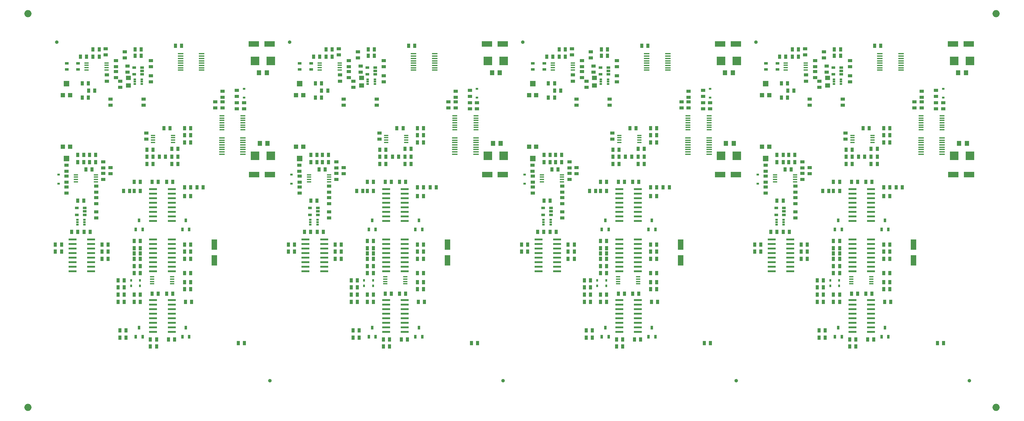
<source format=gbp>
G04 #@! TF.FileFunction,Paste,Bot*
%FSLAX46Y46*%
G04 Gerber Fmt 4.6, Leading zero omitted, Abs format (unit mm)*
G04 Created by KiCad (PCBNEW 4.0.2-stable) date 2016-12-05 12:03:52 PM*
%MOMM*%
G01*
G04 APERTURE LIST*
%ADD10C,0.100000*%
%ADD11R,1.143000X0.812800*%
%ADD12R,1.500000X0.450000*%
%ADD13R,0.812800X1.143000*%
%ADD14R,0.762000X0.609600*%
%ADD15R,1.300480X0.400000*%
%ADD16R,2.999740X1.600200*%
%ADD17R,1.143000X1.397000*%
%ADD18R,2.397760X2.397760*%
%ADD19R,1.450000X0.450000*%
%ADD20R,0.609600X0.762000*%
%ADD21R,0.701040X1.000760*%
%ADD22O,1.000000X1.000000*%
%ADD23R,2.199640X0.599440*%
%ADD24R,1.600200X2.999740*%
%ADD25R,1.060000X0.650000*%
%ADD26R,0.800000X0.500000*%
%ADD27R,1.600000X1.500000*%
%ADD28R,1.200000X1.200000*%
%ADD29R,1.397000X1.143000*%
%ADD30R,1.000000X0.800000*%
%ADD31O,2.000000X2.000000*%
G04 APERTURE END LIST*
D10*
D11*
X256250000Y-30350900D03*
X256250000Y-28649100D03*
D12*
X244550000Y-22775000D03*
X244550000Y-22125000D03*
X244550000Y-21475000D03*
X244550000Y-20825000D03*
X244550000Y-20175000D03*
X244550000Y-19525000D03*
X244550000Y-18875000D03*
X244550000Y-18225000D03*
X250450000Y-18225000D03*
X250450000Y-18875000D03*
X250450000Y-19525000D03*
X250450000Y-20175000D03*
X250450000Y-20825000D03*
X250450000Y-21475000D03*
X250450000Y-22125000D03*
X250450000Y-22775000D03*
D11*
X260250000Y-30100900D03*
X260250000Y-28399100D03*
D13*
X243149100Y-16000000D03*
X244850900Y-16000000D03*
D14*
X262250000Y-30494600D03*
X262250000Y-28005400D03*
D11*
X235000000Y-42100900D03*
X235000000Y-40399100D03*
D13*
X236850900Y-45000000D03*
X235149100Y-45000000D03*
X242149100Y-44750000D03*
X243850900Y-44750000D03*
X245649100Y-39000000D03*
X247350900Y-39000000D03*
X247350900Y-41000000D03*
X245649100Y-41000000D03*
X241600900Y-39000000D03*
X239899100Y-39000000D03*
X247350900Y-43000000D03*
X245649100Y-43000000D03*
D15*
X236906000Y-42955400D03*
X236906000Y-42320400D03*
X236906000Y-41660000D03*
X236906000Y-41025000D03*
X242494000Y-41025000D03*
X242494000Y-41672700D03*
X242494000Y-42320400D03*
X242494000Y-42968100D03*
D16*
X265000360Y-15500000D03*
X269399640Y-15500000D03*
D17*
X266420500Y-23500000D03*
X268579500Y-23500000D03*
D11*
X262250000Y-31899100D03*
X262250000Y-33600900D03*
D18*
X269699640Y-20250000D03*
X265300360Y-20250000D03*
D11*
X254250000Y-31649100D03*
X254250000Y-33350900D03*
D19*
X261950000Y-35550000D03*
X261950000Y-36200000D03*
X261950000Y-36850000D03*
X261950000Y-37500000D03*
X261950000Y-38150000D03*
X261950000Y-38800000D03*
X261950000Y-39450000D03*
X256050000Y-39450000D03*
X256050000Y-38800000D03*
X256050000Y-38150000D03*
X256050000Y-37500000D03*
X256050000Y-36850000D03*
X256050000Y-36200000D03*
X256050000Y-35550000D03*
D12*
X261950000Y-41725000D03*
X261950000Y-42375000D03*
X261950000Y-43025000D03*
X261950000Y-43675000D03*
X261950000Y-44325000D03*
X261950000Y-44975000D03*
X261950000Y-45625000D03*
X261950000Y-46275000D03*
X256050000Y-46275000D03*
X256050000Y-45625000D03*
X256050000Y-44975000D03*
X256050000Y-44325000D03*
X256050000Y-43675000D03*
X256050000Y-43025000D03*
X256050000Y-42375000D03*
X256050000Y-41725000D03*
D17*
X266670500Y-43250000D03*
X268829500Y-43250000D03*
D11*
X256250000Y-31649100D03*
X256250000Y-33350900D03*
X260250000Y-33600900D03*
X260250000Y-31899100D03*
D16*
X269449640Y-52000000D03*
X265050360Y-52000000D03*
D18*
X265300360Y-46750000D03*
X269699640Y-46750000D03*
D20*
X230755400Y-81500000D03*
X233244600Y-81500000D03*
X233244600Y-83000000D03*
X230755400Y-83000000D03*
D13*
X233350900Y-79500000D03*
X231649100Y-79500000D03*
X227149100Y-83500000D03*
X228850900Y-83500000D03*
X233350900Y-85500000D03*
X231649100Y-85500000D03*
X228850900Y-85500000D03*
X227149100Y-85500000D03*
X227149100Y-81500000D03*
X228850900Y-81500000D03*
X245649100Y-79500000D03*
X247350900Y-79500000D03*
D21*
X246000000Y-94730000D03*
X245047500Y-97270000D03*
X246952500Y-97270000D03*
D22*
X269500000Y-109500000D03*
D13*
X245899100Y-87500000D03*
X247600900Y-87500000D03*
X262350900Y-99000000D03*
X260649100Y-99000000D03*
X247350900Y-82000000D03*
X245649100Y-82000000D03*
X247350900Y-84000000D03*
X245649100Y-84000000D03*
X236149100Y-100000000D03*
X237850900Y-100000000D03*
X237850900Y-98000000D03*
X236149100Y-98000000D03*
D23*
X242098420Y-87055000D03*
X242098420Y-88325000D03*
X242098420Y-89595000D03*
X242098420Y-90865000D03*
X242098420Y-92135000D03*
X242098420Y-93405000D03*
X242098420Y-94675000D03*
X242098420Y-95945000D03*
X236901580Y-95945000D03*
X236901580Y-94675000D03*
X236901580Y-93405000D03*
X236901580Y-92135000D03*
X236901580Y-90865000D03*
X236901580Y-89595000D03*
X236901580Y-88325000D03*
X236901580Y-87055000D03*
D15*
X236606000Y-82455400D03*
X236606000Y-81820400D03*
X236606000Y-81160000D03*
X236606000Y-80525000D03*
X242194000Y-80525000D03*
X242194000Y-81172700D03*
X242194000Y-81820400D03*
X242194000Y-82468100D03*
D13*
X242350900Y-85200000D03*
X240649100Y-85200000D03*
X236649100Y-85200000D03*
X238350900Y-85200000D03*
X241149100Y-98000000D03*
X242850900Y-98000000D03*
D21*
X233000000Y-94730000D03*
X232047500Y-97270000D03*
X233952500Y-97270000D03*
D13*
X231649100Y-87500000D03*
X233350900Y-87500000D03*
X227149100Y-87500000D03*
X228850900Y-87500000D03*
X227649100Y-95500000D03*
X229350900Y-95500000D03*
X229350900Y-97500000D03*
X227649100Y-97500000D03*
D24*
X254000000Y-75949640D03*
X254000000Y-71550360D03*
D13*
X245649100Y-73500000D03*
X247350900Y-73500000D03*
X245649100Y-71500000D03*
X247350900Y-71500000D03*
X245649100Y-75500000D03*
X247350900Y-75500000D03*
D23*
X236901580Y-78945000D03*
X236901580Y-77675000D03*
X236901580Y-76405000D03*
X236901580Y-75135000D03*
X236901580Y-73865000D03*
X236901580Y-72595000D03*
X236901580Y-71325000D03*
X236901580Y-70055000D03*
X242098420Y-70055000D03*
X242098420Y-71325000D03*
X242098420Y-72595000D03*
X242098420Y-73865000D03*
X242098420Y-75135000D03*
X242098420Y-76405000D03*
X242098420Y-77675000D03*
X242098420Y-78945000D03*
D11*
X225000000Y-51750900D03*
X225000000Y-50049100D03*
D13*
X228649100Y-56500000D03*
X230350900Y-56500000D03*
X233350900Y-56500000D03*
X231649100Y-56500000D03*
D11*
X223000000Y-51649100D03*
X223000000Y-53350900D03*
X223000000Y-50100900D03*
X223000000Y-48399100D03*
D13*
X231649100Y-54000000D03*
X233350900Y-54000000D03*
D21*
X233000000Y-64730000D03*
X232047500Y-67270000D03*
X233952500Y-67270000D03*
D13*
X242350900Y-54000000D03*
X240649100Y-54000000D03*
X247350900Y-58000000D03*
X245649100Y-58000000D03*
D23*
X242098420Y-56055000D03*
X242098420Y-57325000D03*
X242098420Y-58595000D03*
X242098420Y-59865000D03*
X242098420Y-61135000D03*
X242098420Y-62405000D03*
X242098420Y-63675000D03*
X242098420Y-64945000D03*
X236901580Y-64945000D03*
X236901580Y-63675000D03*
X236901580Y-62405000D03*
X236901580Y-61135000D03*
X236901580Y-59865000D03*
X236901580Y-58595000D03*
X236901580Y-57325000D03*
X236901580Y-56055000D03*
D13*
X250850900Y-55500000D03*
X249149100Y-55500000D03*
D21*
X246000000Y-64730000D03*
X245047500Y-67270000D03*
X246952500Y-67270000D03*
D13*
X245649100Y-55500000D03*
X247350900Y-55500000D03*
X236649100Y-54000000D03*
X238350900Y-54000000D03*
X242149100Y-47000000D03*
X243850900Y-47000000D03*
X240350900Y-47000000D03*
X238649100Y-47000000D03*
X235149100Y-49000000D03*
X236850900Y-49000000D03*
X243850900Y-49000000D03*
X242149100Y-49000000D03*
X236850900Y-47000000D03*
X235149100Y-47000000D03*
X231649100Y-74000000D03*
X233350900Y-74000000D03*
X233350900Y-70500000D03*
X231649100Y-70500000D03*
X233350900Y-72500000D03*
X231649100Y-72500000D03*
X231649100Y-77500000D03*
X233350900Y-77500000D03*
X233350900Y-75500000D03*
X231649100Y-75500000D03*
D11*
X221000000Y-64100900D03*
X221000000Y-62399100D03*
D13*
X217600900Y-59250000D03*
X215899100Y-59250000D03*
D25*
X217850000Y-61300000D03*
X217850000Y-62250000D03*
X217850000Y-63200000D03*
X215650000Y-63200000D03*
X215650000Y-61300000D03*
D11*
X221000000Y-56850900D03*
X221000000Y-55149100D03*
X212750000Y-55399100D03*
X212750000Y-57100900D03*
X221000000Y-60100900D03*
X221000000Y-58399100D03*
D26*
X217750000Y-64600000D03*
X215750000Y-65250000D03*
X217750000Y-65900000D03*
X217750000Y-65250000D03*
X215750000Y-65900000D03*
X215750000Y-64600000D03*
D13*
X209649100Y-71500000D03*
X211350900Y-71500000D03*
X219350900Y-68000000D03*
X217649100Y-68000000D03*
X211350900Y-73500000D03*
X209649100Y-73500000D03*
X214149100Y-68000000D03*
X215850900Y-68000000D03*
X222649100Y-73500000D03*
X224350900Y-73500000D03*
D23*
X219598420Y-70055000D03*
X219598420Y-71325000D03*
X219598420Y-72595000D03*
X219598420Y-73865000D03*
X219598420Y-75135000D03*
X219598420Y-76405000D03*
X219598420Y-77675000D03*
X219598420Y-78945000D03*
X214401580Y-78945000D03*
X214401580Y-77675000D03*
X214401580Y-76405000D03*
X214401580Y-75135000D03*
X214401580Y-73865000D03*
X214401580Y-72595000D03*
X214401580Y-71325000D03*
X214401580Y-70055000D03*
D13*
X222649100Y-71500000D03*
X224350900Y-71500000D03*
X224350900Y-75500000D03*
X222649100Y-75500000D03*
D11*
X212750000Y-52399100D03*
X212750000Y-54100900D03*
X212700000Y-51050900D03*
X212700000Y-49349100D03*
D27*
X212750000Y-47450000D03*
D28*
X211750000Y-44200000D03*
X213750000Y-44200000D03*
D14*
X210500000Y-52005400D03*
X210500000Y-54494600D03*
D13*
X217600900Y-48500000D03*
X215899100Y-48500000D03*
X219149100Y-48500000D03*
X220850900Y-48500000D03*
X219149100Y-46500000D03*
X220850900Y-46500000D03*
X218149100Y-50500000D03*
X219850900Y-50500000D03*
D15*
X220944000Y-52044600D03*
X220944000Y-52679600D03*
X220944000Y-53340000D03*
X220944000Y-53975000D03*
X215356000Y-53975000D03*
X215356000Y-53327300D03*
X215356000Y-52679600D03*
X215356000Y-52031900D03*
D13*
X217600900Y-46500000D03*
X215899100Y-46500000D03*
D11*
X226500000Y-20149100D03*
X226500000Y-21850900D03*
X226500000Y-24850900D03*
X226500000Y-23149100D03*
X224000000Y-25850900D03*
X224000000Y-24149100D03*
X227750000Y-27600900D03*
X227750000Y-25899100D03*
X229750000Y-23350900D03*
X229750000Y-21649100D03*
D29*
X230000000Y-24920500D03*
X230000000Y-27079500D03*
D13*
X218850900Y-26500000D03*
X217149100Y-26500000D03*
X218850900Y-30500000D03*
X217149100Y-30500000D03*
D11*
X225000000Y-30899100D03*
X225000000Y-32600900D03*
D13*
X218899100Y-28500000D03*
X220600900Y-28500000D03*
D27*
X212750000Y-26550000D03*
D28*
X213750000Y-29800000D03*
X211750000Y-29800000D03*
D11*
X229000000Y-17649100D03*
X229000000Y-19350900D03*
D13*
X233600900Y-17000000D03*
X231899100Y-17000000D03*
X233600900Y-18750000D03*
X231899100Y-18750000D03*
D11*
X223700000Y-18550900D03*
X223700000Y-16849100D03*
X234250000Y-30899100D03*
X234250000Y-32600900D03*
D26*
X233750000Y-25350000D03*
X231750000Y-26000000D03*
X233750000Y-26650000D03*
X233750000Y-26000000D03*
X231750000Y-26650000D03*
X231750000Y-25350000D03*
D11*
X236250000Y-26100900D03*
X236250000Y-24399100D03*
X236250000Y-21850900D03*
X236250000Y-20149100D03*
D25*
X233850000Y-22050000D03*
X233850000Y-23000000D03*
X233850000Y-23950000D03*
X231650000Y-23950000D03*
X231650000Y-22050000D03*
D30*
X212800000Y-20900000D03*
X212800000Y-22600000D03*
D13*
X218350900Y-19000000D03*
X216649100Y-19000000D03*
X221850900Y-17000000D03*
X220149100Y-17000000D03*
D22*
X210000000Y-15000000D03*
D13*
X221850900Y-19000000D03*
X220149100Y-19000000D03*
D15*
X223944000Y-20794600D03*
X223944000Y-21429600D03*
X223944000Y-22090000D03*
X223944000Y-22725000D03*
X218356000Y-22725000D03*
X218356000Y-22077300D03*
X218356000Y-21429600D03*
X218356000Y-20781900D03*
D30*
X216000000Y-20900000D03*
X216000000Y-22600000D03*
D13*
X178149100Y-16000000D03*
X179850900Y-16000000D03*
D11*
X171250000Y-26100900D03*
X171250000Y-24399100D03*
D12*
X179550000Y-22775000D03*
X179550000Y-22125000D03*
X179550000Y-21475000D03*
X179550000Y-20825000D03*
X179550000Y-20175000D03*
X179550000Y-19525000D03*
X179550000Y-18875000D03*
X179550000Y-18225000D03*
X185450000Y-18225000D03*
X185450000Y-18875000D03*
X185450000Y-19525000D03*
X185450000Y-20175000D03*
X185450000Y-20825000D03*
X185450000Y-21475000D03*
X185450000Y-22125000D03*
X185450000Y-22775000D03*
D11*
X171250000Y-21850900D03*
X171250000Y-20149100D03*
X195250000Y-30100900D03*
X195250000Y-28399100D03*
D16*
X200000360Y-15500000D03*
X204399640Y-15500000D03*
D18*
X204699640Y-20250000D03*
X200300360Y-20250000D03*
D14*
X197250000Y-30494600D03*
X197250000Y-28005400D03*
D18*
X200300360Y-46750000D03*
X204699640Y-46750000D03*
D17*
X201420500Y-23500000D03*
X203579500Y-23500000D03*
D16*
X204449640Y-52000000D03*
X200050360Y-52000000D03*
D11*
X191250000Y-30350900D03*
X191250000Y-28649100D03*
X189250000Y-31649100D03*
X189250000Y-33350900D03*
X195250000Y-33600900D03*
X195250000Y-31899100D03*
X197250000Y-31899100D03*
X197250000Y-33600900D03*
D17*
X201670500Y-43250000D03*
X203829500Y-43250000D03*
D19*
X196950000Y-35550000D03*
X196950000Y-36200000D03*
X196950000Y-36850000D03*
X196950000Y-37500000D03*
X196950000Y-38150000D03*
X196950000Y-38800000D03*
X196950000Y-39450000D03*
X191050000Y-39450000D03*
X191050000Y-38800000D03*
X191050000Y-38150000D03*
X191050000Y-37500000D03*
X191050000Y-36850000D03*
X191050000Y-36200000D03*
X191050000Y-35550000D03*
D12*
X196950000Y-41725000D03*
X196950000Y-42375000D03*
X196950000Y-43025000D03*
X196950000Y-43675000D03*
X196950000Y-44325000D03*
X196950000Y-44975000D03*
X196950000Y-45625000D03*
X196950000Y-46275000D03*
X191050000Y-46275000D03*
X191050000Y-45625000D03*
X191050000Y-44975000D03*
X191050000Y-44325000D03*
X191050000Y-43675000D03*
X191050000Y-43025000D03*
X191050000Y-42375000D03*
X191050000Y-41725000D03*
D11*
X191250000Y-31649100D03*
X191250000Y-33350900D03*
D13*
X182350900Y-41000000D03*
X180649100Y-41000000D03*
X180649100Y-39000000D03*
X182350900Y-39000000D03*
X177149100Y-44750000D03*
X178850900Y-44750000D03*
X182350900Y-43000000D03*
X180649100Y-43000000D03*
D24*
X189000000Y-75949640D03*
X189000000Y-71550360D03*
D13*
X180649100Y-73500000D03*
X182350900Y-73500000D03*
X180649100Y-71500000D03*
X182350900Y-71500000D03*
X180649100Y-75500000D03*
X182350900Y-75500000D03*
X180899100Y-87500000D03*
X182600900Y-87500000D03*
X176149100Y-98000000D03*
X177850900Y-98000000D03*
X172850900Y-98000000D03*
X171149100Y-98000000D03*
X171149100Y-100000000D03*
X172850900Y-100000000D03*
D23*
X177098420Y-87055000D03*
X177098420Y-88325000D03*
X177098420Y-89595000D03*
X177098420Y-90865000D03*
X177098420Y-92135000D03*
X177098420Y-93405000D03*
X177098420Y-94675000D03*
X177098420Y-95945000D03*
X171901580Y-95945000D03*
X171901580Y-94675000D03*
X171901580Y-93405000D03*
X171901580Y-92135000D03*
X171901580Y-90865000D03*
X171901580Y-89595000D03*
X171901580Y-88325000D03*
X171901580Y-87055000D03*
D13*
X171649100Y-85200000D03*
X173350900Y-85200000D03*
X177350900Y-85200000D03*
X175649100Y-85200000D03*
D21*
X181000000Y-94730000D03*
X180047500Y-97270000D03*
X181952500Y-97270000D03*
D13*
X197350900Y-99000000D03*
X195649100Y-99000000D03*
D22*
X204500000Y-109500000D03*
D13*
X182350900Y-84000000D03*
X180649100Y-84000000D03*
X182350900Y-82000000D03*
X180649100Y-82000000D03*
X180649100Y-79500000D03*
X182350900Y-79500000D03*
D15*
X171606000Y-82455400D03*
X171606000Y-81820400D03*
X171606000Y-81160000D03*
X171606000Y-80525000D03*
X177194000Y-80525000D03*
X177194000Y-81172700D03*
X177194000Y-81820400D03*
X177194000Y-82468100D03*
D23*
X171901580Y-78945000D03*
X171901580Y-77675000D03*
X171901580Y-76405000D03*
X171901580Y-75135000D03*
X171901580Y-73865000D03*
X171901580Y-72595000D03*
X171901580Y-71325000D03*
X171901580Y-70055000D03*
X177098420Y-70055000D03*
X177098420Y-71325000D03*
X177098420Y-72595000D03*
X177098420Y-73865000D03*
X177098420Y-75135000D03*
X177098420Y-76405000D03*
X177098420Y-77675000D03*
X177098420Y-78945000D03*
D13*
X168350900Y-72500000D03*
X166649100Y-72500000D03*
X166649100Y-74000000D03*
X168350900Y-74000000D03*
X168350900Y-75500000D03*
X166649100Y-75500000D03*
X168350900Y-70500000D03*
X166649100Y-70500000D03*
X166649100Y-77500000D03*
X168350900Y-77500000D03*
X163850900Y-85500000D03*
X162149100Y-85500000D03*
X162149100Y-81500000D03*
X163850900Y-81500000D03*
X162149100Y-87500000D03*
X163850900Y-87500000D03*
X162149100Y-83500000D03*
X163850900Y-83500000D03*
X164350900Y-97500000D03*
X162649100Y-97500000D03*
X162649100Y-95500000D03*
X164350900Y-95500000D03*
D21*
X168000000Y-94730000D03*
X167047500Y-97270000D03*
X168952500Y-97270000D03*
D20*
X168244600Y-83000000D03*
X165755400Y-83000000D03*
D13*
X166649100Y-87500000D03*
X168350900Y-87500000D03*
X168350900Y-85500000D03*
X166649100Y-85500000D03*
X168350900Y-79500000D03*
X166649100Y-79500000D03*
D20*
X165755400Y-81500000D03*
X168244600Y-81500000D03*
D13*
X144649100Y-71500000D03*
X146350900Y-71500000D03*
X146350900Y-73500000D03*
X144649100Y-73500000D03*
X149149100Y-68000000D03*
X150850900Y-68000000D03*
X159350900Y-75500000D03*
X157649100Y-75500000D03*
X157649100Y-73500000D03*
X159350900Y-73500000D03*
X157649100Y-71500000D03*
X159350900Y-71500000D03*
X154350900Y-68000000D03*
X152649100Y-68000000D03*
D23*
X154598420Y-70055000D03*
X154598420Y-71325000D03*
X154598420Y-72595000D03*
X154598420Y-73865000D03*
X154598420Y-75135000D03*
X154598420Y-76405000D03*
X154598420Y-77675000D03*
X154598420Y-78945000D03*
X149401580Y-78945000D03*
X149401580Y-77675000D03*
X149401580Y-76405000D03*
X149401580Y-75135000D03*
X149401580Y-73865000D03*
X149401580Y-72595000D03*
X149401580Y-71325000D03*
X149401580Y-70055000D03*
D14*
X145500000Y-52005400D03*
X145500000Y-54494600D03*
D11*
X147750000Y-52399100D03*
X147750000Y-54100900D03*
X147750000Y-55399100D03*
X147750000Y-57100900D03*
X147700000Y-51050900D03*
X147700000Y-49349100D03*
X158000000Y-50100900D03*
X158000000Y-48399100D03*
X160000000Y-51750900D03*
X160000000Y-50049100D03*
D15*
X155944000Y-52044600D03*
X155944000Y-52679600D03*
X155944000Y-53340000D03*
X155944000Y-53975000D03*
X150356000Y-53975000D03*
X150356000Y-53327300D03*
X150356000Y-52679600D03*
X150356000Y-52031900D03*
D11*
X158000000Y-51649100D03*
X158000000Y-53350900D03*
D13*
X153149100Y-50500000D03*
X154850900Y-50500000D03*
X152600900Y-48500000D03*
X150899100Y-48500000D03*
D26*
X152750000Y-64600000D03*
X150750000Y-65250000D03*
X152750000Y-65900000D03*
X152750000Y-65250000D03*
X150750000Y-65900000D03*
X150750000Y-64600000D03*
D25*
X152850000Y-61300000D03*
X152850000Y-62250000D03*
X152850000Y-63200000D03*
X150650000Y-63200000D03*
X150650000Y-61300000D03*
D11*
X156000000Y-64100900D03*
X156000000Y-62399100D03*
X156000000Y-56850900D03*
X156000000Y-55149100D03*
X156000000Y-60100900D03*
X156000000Y-58399100D03*
D13*
X152600900Y-59250000D03*
X150899100Y-59250000D03*
X152600900Y-46500000D03*
X150899100Y-46500000D03*
X154149100Y-46500000D03*
X155850900Y-46500000D03*
X154149100Y-48500000D03*
X155850900Y-48500000D03*
D27*
X147750000Y-47450000D03*
D28*
X146750000Y-44200000D03*
X148750000Y-44200000D03*
D27*
X147750000Y-26550000D03*
D28*
X148750000Y-29800000D03*
X146750000Y-29800000D03*
D13*
X153850900Y-26500000D03*
X152149100Y-26500000D03*
X153899100Y-28500000D03*
X155600900Y-28500000D03*
X153850900Y-30500000D03*
X152149100Y-30500000D03*
D22*
X145000000Y-15000000D03*
D30*
X151000000Y-20900000D03*
X151000000Y-22600000D03*
X147800000Y-20900000D03*
X147800000Y-22600000D03*
D13*
X153350900Y-19000000D03*
X151649100Y-19000000D03*
D11*
X161500000Y-20149100D03*
X161500000Y-21850900D03*
D13*
X168600900Y-17000000D03*
X166899100Y-17000000D03*
D11*
X164000000Y-17649100D03*
X164000000Y-19350900D03*
D13*
X168600900Y-18750000D03*
X166899100Y-18750000D03*
D26*
X168750000Y-25350000D03*
X166750000Y-26000000D03*
X168750000Y-26650000D03*
X168750000Y-26000000D03*
X166750000Y-26650000D03*
X166750000Y-25350000D03*
D11*
X164750000Y-23350900D03*
X164750000Y-21649100D03*
D25*
X168850000Y-22050000D03*
X168850000Y-23000000D03*
X168850000Y-23950000D03*
X166650000Y-23950000D03*
X166650000Y-22050000D03*
D11*
X169250000Y-30899100D03*
X169250000Y-32600900D03*
X160000000Y-30899100D03*
X160000000Y-32600900D03*
D29*
X165000000Y-24920500D03*
X165000000Y-27079500D03*
D11*
X162750000Y-27600900D03*
X162750000Y-25899100D03*
X159000000Y-25850900D03*
X159000000Y-24149100D03*
X161500000Y-24850900D03*
X161500000Y-23149100D03*
D15*
X158944000Y-20794600D03*
X158944000Y-21429600D03*
X158944000Y-22090000D03*
X158944000Y-22725000D03*
X153356000Y-22725000D03*
X153356000Y-22077300D03*
X153356000Y-21429600D03*
X153356000Y-20781900D03*
D13*
X156850900Y-17000000D03*
X155149100Y-17000000D03*
X156850900Y-19000000D03*
X155149100Y-19000000D03*
D11*
X158700000Y-18550900D03*
X158700000Y-16849100D03*
D13*
X171850900Y-45000000D03*
X170149100Y-45000000D03*
D15*
X171906000Y-42955400D03*
X171906000Y-42320400D03*
X171906000Y-41660000D03*
X171906000Y-41025000D03*
X177494000Y-41025000D03*
X177494000Y-41672700D03*
X177494000Y-42320400D03*
X177494000Y-42968100D03*
D11*
X170000000Y-42100900D03*
X170000000Y-40399100D03*
D13*
X176600900Y-39000000D03*
X174899100Y-39000000D03*
X177350900Y-54000000D03*
X175649100Y-54000000D03*
X171649100Y-54000000D03*
X173350900Y-54000000D03*
D21*
X181000000Y-64730000D03*
X180047500Y-67270000D03*
X181952500Y-67270000D03*
D13*
X185850900Y-55500000D03*
X184149100Y-55500000D03*
D23*
X177098420Y-56055000D03*
X177098420Y-57325000D03*
X177098420Y-58595000D03*
X177098420Y-59865000D03*
X177098420Y-61135000D03*
X177098420Y-62405000D03*
X177098420Y-63675000D03*
X177098420Y-64945000D03*
X171901580Y-64945000D03*
X171901580Y-63675000D03*
X171901580Y-62405000D03*
X171901580Y-61135000D03*
X171901580Y-59865000D03*
X171901580Y-58595000D03*
X171901580Y-57325000D03*
X171901580Y-56055000D03*
D13*
X180649100Y-55500000D03*
X182350900Y-55500000D03*
X182350900Y-58000000D03*
X180649100Y-58000000D03*
X166649100Y-54000000D03*
X168350900Y-54000000D03*
D21*
X168000000Y-64730000D03*
X167047500Y-67270000D03*
X168952500Y-67270000D03*
D13*
X163649100Y-56500000D03*
X165350900Y-56500000D03*
X168350900Y-56500000D03*
X166649100Y-56500000D03*
X170149100Y-49000000D03*
X171850900Y-49000000D03*
X177149100Y-47000000D03*
X178850900Y-47000000D03*
X175350900Y-47000000D03*
X173649100Y-47000000D03*
X178850900Y-49000000D03*
X177149100Y-49000000D03*
X171850900Y-47000000D03*
X170149100Y-47000000D03*
D30*
X86000000Y-20900000D03*
X86000000Y-22600000D03*
X82800000Y-20900000D03*
X82800000Y-22600000D03*
D11*
X94000000Y-25850900D03*
X94000000Y-24149100D03*
X95000000Y-30899100D03*
X95000000Y-32600900D03*
D13*
X88850900Y-26500000D03*
X87149100Y-26500000D03*
X88899100Y-28500000D03*
X90600900Y-28500000D03*
D27*
X82750000Y-26550000D03*
D28*
X83750000Y-29800000D03*
X81750000Y-29800000D03*
D13*
X88850900Y-30500000D03*
X87149100Y-30500000D03*
D11*
X104250000Y-30899100D03*
X104250000Y-32600900D03*
X96500000Y-24850900D03*
X96500000Y-23149100D03*
D25*
X103850000Y-22050000D03*
X103850000Y-23000000D03*
X103850000Y-23950000D03*
X101650000Y-23950000D03*
X101650000Y-22050000D03*
D11*
X97750000Y-27600900D03*
X97750000Y-25899100D03*
D29*
X100000000Y-24920500D03*
X100000000Y-27079500D03*
D26*
X103750000Y-25350000D03*
X101750000Y-26000000D03*
X103750000Y-26650000D03*
X103750000Y-26000000D03*
X101750000Y-26650000D03*
X101750000Y-25350000D03*
D13*
X103600900Y-17000000D03*
X101899100Y-17000000D03*
X103600900Y-18750000D03*
X101899100Y-18750000D03*
D11*
X99750000Y-23350900D03*
X99750000Y-21649100D03*
X99000000Y-17649100D03*
X99000000Y-19350900D03*
D22*
X80000000Y-15000000D03*
D13*
X88350900Y-19000000D03*
X86649100Y-19000000D03*
X91850900Y-17000000D03*
X90149100Y-17000000D03*
D11*
X93700000Y-18550900D03*
X93700000Y-16849100D03*
X96500000Y-20149100D03*
X96500000Y-21850900D03*
D15*
X93944000Y-20794600D03*
X93944000Y-21429600D03*
X93944000Y-22090000D03*
X93944000Y-22725000D03*
X88356000Y-22725000D03*
X88356000Y-22077300D03*
X88356000Y-21429600D03*
X88356000Y-20781900D03*
D13*
X91850900Y-19000000D03*
X90149100Y-19000000D03*
D11*
X106250000Y-21850900D03*
X106250000Y-20149100D03*
X106250000Y-26100900D03*
X106250000Y-24399100D03*
D12*
X114550000Y-22775000D03*
X114550000Y-22125000D03*
X114550000Y-21475000D03*
X114550000Y-20825000D03*
X114550000Y-20175000D03*
X114550000Y-19525000D03*
X114550000Y-18875000D03*
X114550000Y-18225000D03*
X120450000Y-18225000D03*
X120450000Y-18875000D03*
X120450000Y-19525000D03*
X120450000Y-20175000D03*
X120450000Y-20825000D03*
X120450000Y-21475000D03*
X120450000Y-22125000D03*
X120450000Y-22775000D03*
D13*
X113149100Y-16000000D03*
X114850900Y-16000000D03*
D11*
X124250000Y-31649100D03*
X124250000Y-33350900D03*
X126250000Y-30350900D03*
X126250000Y-28649100D03*
X130250000Y-30100900D03*
X130250000Y-28399100D03*
X126250000Y-31649100D03*
X126250000Y-33350900D03*
X130250000Y-33600900D03*
X130250000Y-31899100D03*
D13*
X117350900Y-41000000D03*
X115649100Y-41000000D03*
X112149100Y-44750000D03*
X113850900Y-44750000D03*
X111600900Y-39000000D03*
X109899100Y-39000000D03*
X115649100Y-39000000D03*
X117350900Y-39000000D03*
X117350900Y-43000000D03*
X115649100Y-43000000D03*
D11*
X105000000Y-42100900D03*
X105000000Y-40399100D03*
D15*
X106906000Y-42955400D03*
X106906000Y-42320400D03*
X106906000Y-41660000D03*
X106906000Y-41025000D03*
X112494000Y-41025000D03*
X112494000Y-41672700D03*
X112494000Y-42320400D03*
X112494000Y-42968100D03*
D13*
X106850900Y-45000000D03*
X105149100Y-45000000D03*
D14*
X132250000Y-30494600D03*
X132250000Y-28005400D03*
D11*
X132250000Y-31899100D03*
X132250000Y-33600900D03*
D16*
X135000360Y-15500000D03*
X139399640Y-15500000D03*
D18*
X139699640Y-20250000D03*
X135300360Y-20250000D03*
D17*
X136420500Y-23500000D03*
X138579500Y-23500000D03*
D16*
X139449640Y-52000000D03*
X135050360Y-52000000D03*
D17*
X136670500Y-43250000D03*
X138829500Y-43250000D03*
D12*
X131950000Y-41725000D03*
X131950000Y-42375000D03*
X131950000Y-43025000D03*
X131950000Y-43675000D03*
X131950000Y-44325000D03*
X131950000Y-44975000D03*
X131950000Y-45625000D03*
X131950000Y-46275000D03*
X126050000Y-46275000D03*
X126050000Y-45625000D03*
X126050000Y-44975000D03*
X126050000Y-44325000D03*
X126050000Y-43675000D03*
X126050000Y-43025000D03*
X126050000Y-42375000D03*
X126050000Y-41725000D03*
D18*
X135300360Y-46750000D03*
X139699640Y-46750000D03*
D19*
X131950000Y-35550000D03*
X131950000Y-36200000D03*
X131950000Y-36850000D03*
X131950000Y-37500000D03*
X131950000Y-38150000D03*
X131950000Y-38800000D03*
X131950000Y-39450000D03*
X126050000Y-39450000D03*
X126050000Y-38800000D03*
X126050000Y-38150000D03*
X126050000Y-37500000D03*
X126050000Y-36850000D03*
X126050000Y-36200000D03*
X126050000Y-35550000D03*
D13*
X117350900Y-84000000D03*
X115649100Y-84000000D03*
X112350900Y-85200000D03*
X110649100Y-85200000D03*
X115649100Y-79500000D03*
X117350900Y-79500000D03*
X106649100Y-85200000D03*
X108350900Y-85200000D03*
X117350900Y-82000000D03*
X115649100Y-82000000D03*
D15*
X106606000Y-82455400D03*
X106606000Y-81820400D03*
X106606000Y-81160000D03*
X106606000Y-80525000D03*
X112194000Y-80525000D03*
X112194000Y-81172700D03*
X112194000Y-81820400D03*
X112194000Y-82468100D03*
D24*
X124000000Y-75949640D03*
X124000000Y-71550360D03*
D13*
X115899100Y-87500000D03*
X117600900Y-87500000D03*
D20*
X100755400Y-81500000D03*
X103244600Y-81500000D03*
D13*
X97149100Y-83500000D03*
X98850900Y-83500000D03*
X103350900Y-79500000D03*
X101649100Y-79500000D03*
X97149100Y-81500000D03*
X98850900Y-81500000D03*
X103350900Y-85500000D03*
X101649100Y-85500000D03*
X98850900Y-85500000D03*
X97149100Y-85500000D03*
D20*
X103244600Y-83000000D03*
X100755400Y-83000000D03*
D21*
X103000000Y-94730000D03*
X102047500Y-97270000D03*
X103952500Y-97270000D03*
D13*
X97649100Y-95500000D03*
X99350900Y-95500000D03*
X99350900Y-97500000D03*
X97649100Y-97500000D03*
X97149100Y-87500000D03*
X98850900Y-87500000D03*
X101649100Y-87500000D03*
X103350900Y-87500000D03*
D22*
X139500000Y-109500000D03*
D13*
X132350900Y-99000000D03*
X130649100Y-99000000D03*
D21*
X116000000Y-94730000D03*
X115047500Y-97270000D03*
X116952500Y-97270000D03*
D13*
X106149100Y-100000000D03*
X107850900Y-100000000D03*
X107850900Y-98000000D03*
X106149100Y-98000000D03*
D23*
X112098420Y-87055000D03*
X112098420Y-88325000D03*
X112098420Y-89595000D03*
X112098420Y-90865000D03*
X112098420Y-92135000D03*
X112098420Y-93405000D03*
X112098420Y-94675000D03*
X112098420Y-95945000D03*
X106901580Y-95945000D03*
X106901580Y-94675000D03*
X106901580Y-93405000D03*
X106901580Y-92135000D03*
X106901580Y-90865000D03*
X106901580Y-89595000D03*
X106901580Y-88325000D03*
X106901580Y-87055000D03*
D13*
X111149100Y-98000000D03*
X112850900Y-98000000D03*
D11*
X95000000Y-51750900D03*
X95000000Y-50049100D03*
X82700000Y-51050900D03*
X82700000Y-49349100D03*
D13*
X88149100Y-50500000D03*
X89850900Y-50500000D03*
D11*
X93000000Y-51649100D03*
X93000000Y-53350900D03*
X82750000Y-52399100D03*
X82750000Y-54100900D03*
X93000000Y-50100900D03*
X93000000Y-48399100D03*
D15*
X90944000Y-52044600D03*
X90944000Y-52679600D03*
X90944000Y-53340000D03*
X90944000Y-53975000D03*
X85356000Y-53975000D03*
X85356000Y-53327300D03*
X85356000Y-52679600D03*
X85356000Y-52031900D03*
D14*
X80500000Y-52005400D03*
X80500000Y-54494600D03*
D27*
X82750000Y-47450000D03*
D28*
X81750000Y-44200000D03*
X83750000Y-44200000D03*
D13*
X87600900Y-46500000D03*
X85899100Y-46500000D03*
X87600900Y-48500000D03*
X85899100Y-48500000D03*
X89149100Y-48500000D03*
X90850900Y-48500000D03*
X89149100Y-46500000D03*
X90850900Y-46500000D03*
X79649100Y-71500000D03*
X81350900Y-71500000D03*
X94350900Y-75500000D03*
X92649100Y-75500000D03*
X81350900Y-73500000D03*
X79649100Y-73500000D03*
X84149100Y-68000000D03*
X85850900Y-68000000D03*
X92649100Y-73500000D03*
X94350900Y-73500000D03*
X92649100Y-71500000D03*
X94350900Y-71500000D03*
X89350900Y-68000000D03*
X87649100Y-68000000D03*
D23*
X89598420Y-70055000D03*
X89598420Y-71325000D03*
X89598420Y-72595000D03*
X89598420Y-73865000D03*
X89598420Y-75135000D03*
X89598420Y-76405000D03*
X89598420Y-77675000D03*
X89598420Y-78945000D03*
X84401580Y-78945000D03*
X84401580Y-77675000D03*
X84401580Y-76405000D03*
X84401580Y-75135000D03*
X84401580Y-73865000D03*
X84401580Y-72595000D03*
X84401580Y-71325000D03*
X84401580Y-70055000D03*
D11*
X91000000Y-60100900D03*
X91000000Y-58399100D03*
X91000000Y-64100900D03*
X91000000Y-62399100D03*
D25*
X87850000Y-61300000D03*
X87850000Y-62250000D03*
X87850000Y-63200000D03*
X85650000Y-63200000D03*
X85650000Y-61300000D03*
D26*
X87750000Y-64600000D03*
X85750000Y-65250000D03*
X87750000Y-65900000D03*
X87750000Y-65250000D03*
X85750000Y-65900000D03*
X85750000Y-64600000D03*
D11*
X91000000Y-56850900D03*
X91000000Y-55149100D03*
D13*
X87600900Y-59250000D03*
X85899100Y-59250000D03*
D11*
X82750000Y-55399100D03*
X82750000Y-57100900D03*
D13*
X101649100Y-74000000D03*
X103350900Y-74000000D03*
X115649100Y-73500000D03*
X117350900Y-73500000D03*
X103350900Y-75500000D03*
X101649100Y-75500000D03*
X115649100Y-75500000D03*
X117350900Y-75500000D03*
X101649100Y-77500000D03*
X103350900Y-77500000D03*
X115649100Y-71500000D03*
X117350900Y-71500000D03*
D23*
X106901580Y-78945000D03*
X106901580Y-77675000D03*
X106901580Y-76405000D03*
X106901580Y-75135000D03*
X106901580Y-73865000D03*
X106901580Y-72595000D03*
X106901580Y-71325000D03*
X106901580Y-70055000D03*
X112098420Y-70055000D03*
X112098420Y-71325000D03*
X112098420Y-72595000D03*
X112098420Y-73865000D03*
X112098420Y-75135000D03*
X112098420Y-76405000D03*
X112098420Y-77675000D03*
X112098420Y-78945000D03*
D21*
X116000000Y-64730000D03*
X115047500Y-67270000D03*
X116952500Y-67270000D03*
D13*
X117350900Y-58000000D03*
X115649100Y-58000000D03*
X115649100Y-55500000D03*
X117350900Y-55500000D03*
X120850900Y-55500000D03*
X119149100Y-55500000D03*
D23*
X112098420Y-56055000D03*
X112098420Y-57325000D03*
X112098420Y-58595000D03*
X112098420Y-59865000D03*
X112098420Y-61135000D03*
X112098420Y-62405000D03*
X112098420Y-63675000D03*
X112098420Y-64945000D03*
X106901580Y-64945000D03*
X106901580Y-63675000D03*
X106901580Y-62405000D03*
X106901580Y-61135000D03*
X106901580Y-59865000D03*
X106901580Y-58595000D03*
X106901580Y-57325000D03*
X106901580Y-56055000D03*
D21*
X103000000Y-64730000D03*
X102047500Y-67270000D03*
X103952500Y-67270000D03*
D13*
X103350900Y-70500000D03*
X101649100Y-70500000D03*
X101649100Y-54000000D03*
X103350900Y-54000000D03*
X103350900Y-56500000D03*
X101649100Y-56500000D03*
X98649100Y-56500000D03*
X100350900Y-56500000D03*
X103350900Y-72500000D03*
X101649100Y-72500000D03*
X106850900Y-47000000D03*
X105149100Y-47000000D03*
X113850900Y-49000000D03*
X112149100Y-49000000D03*
X110350900Y-47000000D03*
X108649100Y-47000000D03*
X106649100Y-54000000D03*
X108350900Y-54000000D03*
X112350900Y-54000000D03*
X110649100Y-54000000D03*
X105149100Y-49000000D03*
X106850900Y-49000000D03*
X112149100Y-47000000D03*
X113850900Y-47000000D03*
D26*
X38750000Y-25350000D03*
X36750000Y-26000000D03*
X38750000Y-26650000D03*
X38750000Y-26000000D03*
X36750000Y-26650000D03*
X36750000Y-25350000D03*
X22750000Y-64600000D03*
X20750000Y-65250000D03*
X22750000Y-65900000D03*
X22750000Y-65250000D03*
X20750000Y-65900000D03*
X20750000Y-64600000D03*
D12*
X49550000Y-22775000D03*
X49550000Y-22125000D03*
X49550000Y-21475000D03*
X49550000Y-20825000D03*
X49550000Y-20175000D03*
X49550000Y-19525000D03*
X49550000Y-18875000D03*
X49550000Y-18225000D03*
X55450000Y-18225000D03*
X55450000Y-18875000D03*
X55450000Y-19525000D03*
X55450000Y-20175000D03*
X55450000Y-20825000D03*
X55450000Y-21475000D03*
X55450000Y-22125000D03*
X55450000Y-22775000D03*
X66950000Y-41725000D03*
X66950000Y-42375000D03*
X66950000Y-43025000D03*
X66950000Y-43675000D03*
X66950000Y-44325000D03*
X66950000Y-44975000D03*
X66950000Y-45625000D03*
X66950000Y-46275000D03*
X61050000Y-46275000D03*
X61050000Y-45625000D03*
X61050000Y-44975000D03*
X61050000Y-44325000D03*
X61050000Y-43675000D03*
X61050000Y-43025000D03*
X61050000Y-42375000D03*
X61050000Y-41725000D03*
D19*
X66950000Y-35550000D03*
X66950000Y-36200000D03*
X66950000Y-36850000D03*
X66950000Y-37500000D03*
X66950000Y-38150000D03*
X66950000Y-38800000D03*
X66950000Y-39450000D03*
X61050000Y-39450000D03*
X61050000Y-38800000D03*
X61050000Y-38150000D03*
X61050000Y-37500000D03*
X61050000Y-36850000D03*
X61050000Y-36200000D03*
X61050000Y-35550000D03*
D23*
X47098420Y-56055000D03*
X47098420Y-57325000D03*
X47098420Y-58595000D03*
X47098420Y-59865000D03*
X47098420Y-61135000D03*
X47098420Y-62405000D03*
X47098420Y-63675000D03*
X47098420Y-64945000D03*
X41901580Y-64945000D03*
X41901580Y-63675000D03*
X41901580Y-62405000D03*
X41901580Y-61135000D03*
X41901580Y-59865000D03*
X41901580Y-58595000D03*
X41901580Y-57325000D03*
X41901580Y-56055000D03*
X24598420Y-70055000D03*
X24598420Y-71325000D03*
X24598420Y-72595000D03*
X24598420Y-73865000D03*
X24598420Y-75135000D03*
X24598420Y-76405000D03*
X24598420Y-77675000D03*
X24598420Y-78945000D03*
X19401580Y-78945000D03*
X19401580Y-77675000D03*
X19401580Y-76405000D03*
X19401580Y-75135000D03*
X19401580Y-73865000D03*
X19401580Y-72595000D03*
X19401580Y-71325000D03*
X19401580Y-70055000D03*
X47098420Y-87055000D03*
X47098420Y-88325000D03*
X47098420Y-89595000D03*
X47098420Y-90865000D03*
X47098420Y-92135000D03*
X47098420Y-93405000D03*
X47098420Y-94675000D03*
X47098420Y-95945000D03*
X41901580Y-95945000D03*
X41901580Y-94675000D03*
X41901580Y-93405000D03*
X41901580Y-92135000D03*
X41901580Y-90865000D03*
X41901580Y-89595000D03*
X41901580Y-88325000D03*
X41901580Y-87055000D03*
X41901580Y-78945000D03*
X41901580Y-77675000D03*
X41901580Y-76405000D03*
X41901580Y-75135000D03*
X41901580Y-73865000D03*
X41901580Y-72595000D03*
X41901580Y-71325000D03*
X41901580Y-70055000D03*
X47098420Y-70055000D03*
X47098420Y-71325000D03*
X47098420Y-72595000D03*
X47098420Y-73865000D03*
X47098420Y-75135000D03*
X47098420Y-76405000D03*
X47098420Y-77675000D03*
X47098420Y-78945000D03*
D29*
X35000000Y-24920500D03*
X35000000Y-27079500D03*
D17*
X71670500Y-43250000D03*
X73829500Y-43250000D03*
X71420500Y-23500000D03*
X73579500Y-23500000D03*
D18*
X74699640Y-20250000D03*
X70300360Y-20250000D03*
X70300360Y-46750000D03*
X74699640Y-46750000D03*
D24*
X59000000Y-75949640D03*
X59000000Y-71550360D03*
D16*
X70000360Y-15500000D03*
X74399640Y-15500000D03*
X74449640Y-52000000D03*
X70050360Y-52000000D03*
D15*
X28944000Y-20794600D03*
X28944000Y-21429600D03*
X28944000Y-22090000D03*
X28944000Y-22725000D03*
X23356000Y-22725000D03*
X23356000Y-22077300D03*
X23356000Y-21429600D03*
X23356000Y-20781900D03*
X25944000Y-52044600D03*
X25944000Y-52679600D03*
X25944000Y-53340000D03*
X25944000Y-53975000D03*
X20356000Y-53975000D03*
X20356000Y-53327300D03*
X20356000Y-52679600D03*
X20356000Y-52031900D03*
X41906000Y-42955400D03*
X41906000Y-42320400D03*
X41906000Y-41660000D03*
X41906000Y-41025000D03*
X47494000Y-41025000D03*
X47494000Y-41672700D03*
X47494000Y-42320400D03*
X47494000Y-42968100D03*
X41606000Y-82455400D03*
X41606000Y-81820400D03*
X41606000Y-81160000D03*
X41606000Y-80525000D03*
X47194000Y-80525000D03*
X47194000Y-81172700D03*
X47194000Y-81820400D03*
X47194000Y-82468100D03*
D25*
X22850000Y-61300000D03*
X22850000Y-62250000D03*
X22850000Y-63200000D03*
X20650000Y-63200000D03*
X20650000Y-61300000D03*
X38850000Y-22050000D03*
X38850000Y-23000000D03*
X38850000Y-23950000D03*
X36650000Y-23950000D03*
X36650000Y-22050000D03*
D27*
X17750000Y-26550000D03*
D28*
X18750000Y-29800000D03*
X16750000Y-29800000D03*
D27*
X17750000Y-47450000D03*
D28*
X16750000Y-44200000D03*
X18750000Y-44200000D03*
D11*
X30000000Y-30899100D03*
X30000000Y-32600900D03*
X28000000Y-50100900D03*
X28000000Y-48399100D03*
D13*
X23899100Y-28500000D03*
X25600900Y-28500000D03*
D11*
X17750000Y-55399100D03*
X17750000Y-57100900D03*
D13*
X23850900Y-30500000D03*
X22149100Y-30500000D03*
X23850900Y-26500000D03*
X22149100Y-26500000D03*
D11*
X40000000Y-42100900D03*
X40000000Y-40399100D03*
D13*
X40149100Y-49000000D03*
X41850900Y-49000000D03*
X24149100Y-48500000D03*
X25850900Y-48500000D03*
X26850900Y-17000000D03*
X25149100Y-17000000D03*
X22600900Y-48500000D03*
X20899100Y-48500000D03*
X24149100Y-46500000D03*
X25850900Y-46500000D03*
D11*
X31500000Y-20149100D03*
X31500000Y-21850900D03*
D13*
X41850900Y-45000000D03*
X40149100Y-45000000D03*
X22600900Y-46500000D03*
X20899100Y-46500000D03*
D11*
X31500000Y-24850900D03*
X31500000Y-23149100D03*
X32750000Y-27600900D03*
X32750000Y-25899100D03*
D13*
X45350900Y-47000000D03*
X43649100Y-47000000D03*
D11*
X26000000Y-64100900D03*
X26000000Y-62399100D03*
D13*
X22600900Y-59250000D03*
X20899100Y-59250000D03*
X48850900Y-49000000D03*
X47149100Y-49000000D03*
D11*
X34750000Y-23350900D03*
X34750000Y-21649100D03*
D13*
X50649100Y-39000000D03*
X52350900Y-39000000D03*
D11*
X34000000Y-17649100D03*
X34000000Y-19350900D03*
D13*
X52350900Y-43000000D03*
X50649100Y-43000000D03*
D11*
X41250000Y-26100900D03*
X41250000Y-24399100D03*
D13*
X38600900Y-18750000D03*
X36899100Y-18750000D03*
X50649100Y-55500000D03*
X52350900Y-55500000D03*
X52350900Y-58000000D03*
X50649100Y-58000000D03*
X24350900Y-68000000D03*
X22649100Y-68000000D03*
X47350900Y-54000000D03*
X45649100Y-54000000D03*
X33649100Y-56500000D03*
X35350900Y-56500000D03*
X27649100Y-71500000D03*
X29350900Y-71500000D03*
X27649100Y-73500000D03*
X29350900Y-73500000D03*
X29350900Y-75500000D03*
X27649100Y-75500000D03*
X38350900Y-56500000D03*
X36649100Y-56500000D03*
X36649100Y-54000000D03*
X38350900Y-54000000D03*
X41649100Y-54000000D03*
X43350900Y-54000000D03*
X38350900Y-70500000D03*
X36649100Y-70500000D03*
X48149100Y-16000000D03*
X49850900Y-16000000D03*
X38350900Y-72500000D03*
X36649100Y-72500000D03*
X55850900Y-55500000D03*
X54149100Y-55500000D03*
X38350900Y-75500000D03*
X36649100Y-75500000D03*
X33850900Y-85500000D03*
X32149100Y-85500000D03*
X36649100Y-77500000D03*
X38350900Y-77500000D03*
X50649100Y-79500000D03*
X52350900Y-79500000D03*
X38350900Y-85500000D03*
X36649100Y-85500000D03*
X32149100Y-81500000D03*
X33850900Y-81500000D03*
X32649100Y-95500000D03*
X34350900Y-95500000D03*
X52350900Y-82000000D03*
X50649100Y-82000000D03*
X36649100Y-87500000D03*
X38350900Y-87500000D03*
X32149100Y-87500000D03*
X33850900Y-87500000D03*
X67350900Y-99000000D03*
X65649100Y-99000000D03*
X19149100Y-68000000D03*
X20850900Y-68000000D03*
X41649100Y-85200000D03*
X43350900Y-85200000D03*
X34350900Y-97500000D03*
X32649100Y-97500000D03*
D11*
X61250000Y-31649100D03*
X61250000Y-33350900D03*
X65250000Y-33600900D03*
X65250000Y-31899100D03*
D13*
X16350900Y-73500000D03*
X14649100Y-73500000D03*
D11*
X65250000Y-30100900D03*
X65250000Y-28399100D03*
D13*
X14649100Y-71500000D03*
X16350900Y-71500000D03*
X42850900Y-98000000D03*
X41149100Y-98000000D03*
D11*
X61250000Y-30350900D03*
X61250000Y-28649100D03*
D13*
X41149100Y-100000000D03*
X42850900Y-100000000D03*
X47350900Y-85200000D03*
X45649100Y-85200000D03*
X46149100Y-98000000D03*
X47850900Y-98000000D03*
X50649100Y-75500000D03*
X52350900Y-75500000D03*
X50649100Y-71500000D03*
X52350900Y-71500000D03*
X50649100Y-73500000D03*
X52350900Y-73500000D03*
D11*
X28000000Y-51649100D03*
X28000000Y-53350900D03*
X17750000Y-52399100D03*
X17750000Y-54100900D03*
D13*
X23149100Y-50500000D03*
X24850900Y-50500000D03*
X26850900Y-19000000D03*
X25149100Y-19000000D03*
D11*
X29000000Y-25850900D03*
X29000000Y-24149100D03*
X67250000Y-31899100D03*
X67250000Y-33600900D03*
X59250000Y-31649100D03*
X59250000Y-33350900D03*
D13*
X36649100Y-74000000D03*
X38350900Y-74000000D03*
X50899100Y-87500000D03*
X52600900Y-87500000D03*
D11*
X26000000Y-56850900D03*
X26000000Y-55149100D03*
X17700000Y-51050900D03*
X17700000Y-49349100D03*
D13*
X38600900Y-17000000D03*
X36899100Y-17000000D03*
D11*
X39250000Y-30899100D03*
X39250000Y-32600900D03*
D13*
X46600900Y-39000000D03*
X44899100Y-39000000D03*
X47149100Y-44750000D03*
X48850900Y-44750000D03*
X52350900Y-84000000D03*
X50649100Y-84000000D03*
X38350900Y-79500000D03*
X36649100Y-79500000D03*
X32149100Y-83500000D03*
X33850900Y-83500000D03*
D11*
X41250000Y-21850900D03*
X41250000Y-20149100D03*
D13*
X47149100Y-47000000D03*
X48850900Y-47000000D03*
X52350900Y-41000000D03*
X50649100Y-41000000D03*
D11*
X26000000Y-60100900D03*
X26000000Y-58399100D03*
D13*
X41850900Y-47000000D03*
X40149100Y-47000000D03*
X23350900Y-19000000D03*
X21649100Y-19000000D03*
D21*
X51000000Y-94730000D03*
X50047500Y-97270000D03*
X51952500Y-97270000D03*
X38000000Y-94730000D03*
X37047500Y-97270000D03*
X38952500Y-97270000D03*
X38000000Y-64730000D03*
X37047500Y-67270000D03*
X38952500Y-67270000D03*
X51000000Y-64730000D03*
X50047500Y-67270000D03*
X51952500Y-67270000D03*
D14*
X15500000Y-52005400D03*
X15500000Y-54494600D03*
X67250000Y-30494600D03*
X67250000Y-28005400D03*
D20*
X38244600Y-83000000D03*
X35755400Y-83000000D03*
X35755400Y-81500000D03*
X38244600Y-81500000D03*
D11*
X30000000Y-51750900D03*
X30000000Y-50049100D03*
X28700000Y-18550900D03*
X28700000Y-16849100D03*
D22*
X15000000Y-15000000D03*
X74500000Y-109500000D03*
D30*
X17800000Y-20900000D03*
X17800000Y-22600000D03*
X21000000Y-20900000D03*
X21000000Y-22600000D03*
D31*
X7000000Y-7000000D03*
X277000000Y-7000000D03*
X277000000Y-117000000D03*
X7000000Y-117000000D03*
M02*

</source>
